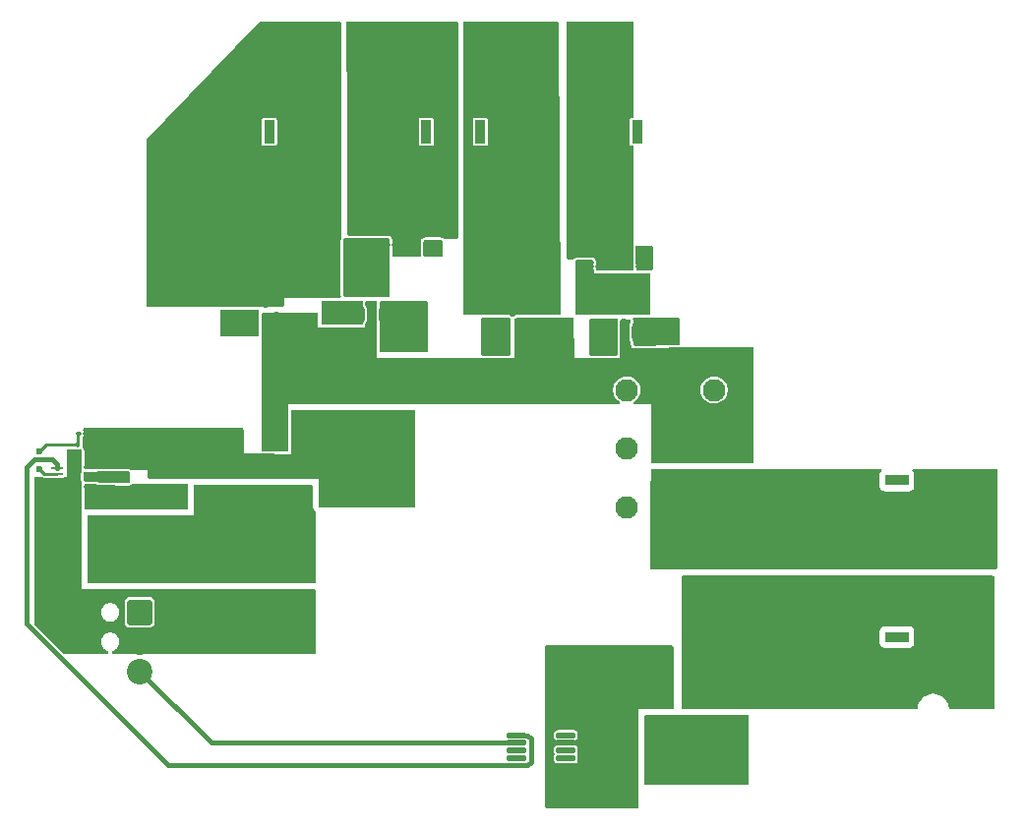
<source format=gbr>
%TF.GenerationSoftware,KiCad,Pcbnew,9.0.4*%
%TF.CreationDate,2025-10-16T20:01:58-07:00*%
%TF.ProjectId,E-Stop,452d5374-6f70-42e6-9b69-6361645f7063,rev?*%
%TF.SameCoordinates,Original*%
%TF.FileFunction,Copper,L1,Top*%
%TF.FilePolarity,Positive*%
%FSLAX46Y46*%
G04 Gerber Fmt 4.6, Leading zero omitted, Abs format (unit mm)*
G04 Created by KiCad (PCBNEW 9.0.4) date 2025-10-16 20:01:58*
%MOMM*%
%LPD*%
G01*
G04 APERTURE LIST*
G04 Aperture macros list*
%AMRoundRect*
0 Rectangle with rounded corners*
0 $1 Rounding radius*
0 $2 $3 $4 $5 $6 $7 $8 $9 X,Y pos of 4 corners*
0 Add a 4 corners polygon primitive as box body*
4,1,4,$2,$3,$4,$5,$6,$7,$8,$9,$2,$3,0*
0 Add four circle primitives for the rounded corners*
1,1,$1+$1,$2,$3*
1,1,$1+$1,$4,$5*
1,1,$1+$1,$6,$7*
1,1,$1+$1,$8,$9*
0 Add four rect primitives between the rounded corners*
20,1,$1+$1,$2,$3,$4,$5,0*
20,1,$1+$1,$4,$5,$6,$7,0*
20,1,$1+$1,$6,$7,$8,$9,0*
20,1,$1+$1,$8,$9,$2,$3,0*%
G04 Aperture macros list end*
%TA.AperFunction,SMDPad,CuDef*%
%ADD10RoundRect,0.375000X-0.625000X-0.375000X0.625000X-0.375000X0.625000X0.375000X-0.625000X0.375000X0*%
%TD*%
%TA.AperFunction,SMDPad,CuDef*%
%ADD11RoundRect,0.500000X-0.500000X-1.400000X0.500000X-1.400000X0.500000X1.400000X-0.500000X1.400000X0*%
%TD*%
%TA.AperFunction,SMDPad,CuDef*%
%ADD12RoundRect,0.100000X-0.130000X-0.100000X0.130000X-0.100000X0.130000X0.100000X-0.130000X0.100000X0*%
%TD*%
%TA.AperFunction,ComponentPad*%
%ADD13R,0.900000X2.000000*%
%TD*%
%TA.AperFunction,ComponentPad*%
%ADD14RoundRect,1.025000X-1.025000X-1.025000X1.025000X-1.025000X1.025000X1.025000X-1.025000X1.025000X0*%
%TD*%
%TA.AperFunction,ComponentPad*%
%ADD15C,4.100000*%
%TD*%
%TA.AperFunction,SMDPad,CuDef*%
%ADD16R,1.066800X0.254000*%
%TD*%
%TA.AperFunction,SMDPad,CuDef*%
%ADD17RoundRect,0.150000X-0.150000X0.512500X-0.150000X-0.512500X0.150000X-0.512500X0.150000X0.512500X0*%
%TD*%
%TA.AperFunction,SMDPad,CuDef*%
%ADD18RoundRect,0.150000X0.150000X-0.587500X0.150000X0.587500X-0.150000X0.587500X-0.150000X-0.587500X0*%
%TD*%
%TA.AperFunction,SMDPad,CuDef*%
%ADD19RoundRect,0.100000X0.100000X-0.130000X0.100000X0.130000X-0.100000X0.130000X-0.100000X-0.130000X0*%
%TD*%
%TA.AperFunction,ComponentPad*%
%ADD20C,1.950000*%
%TD*%
%TA.AperFunction,SMDPad,CuDef*%
%ADD21RoundRect,0.100000X0.130000X0.100000X-0.130000X0.100000X-0.130000X-0.100000X0.130000X-0.100000X0*%
%TD*%
%TA.AperFunction,ComponentPad*%
%ADD22R,1.700000X1.700000*%
%TD*%
%TA.AperFunction,ComponentPad*%
%ADD23O,1.700000X1.700000*%
%TD*%
%TA.AperFunction,ComponentPad*%
%ADD24RoundRect,0.249999X-0.850001X0.850001X-0.850001X-0.850001X0.850001X-0.850001X0.850001X0.850001X0*%
%TD*%
%TA.AperFunction,ComponentPad*%
%ADD25C,2.200000*%
%TD*%
%TA.AperFunction,SMDPad,CuDef*%
%ADD26RoundRect,0.250000X-1.000000X-0.650000X1.000000X-0.650000X1.000000X0.650000X-1.000000X0.650000X0*%
%TD*%
%TA.AperFunction,SMDPad,CuDef*%
%ADD27RoundRect,0.125000X-0.687500X-0.125000X0.687500X-0.125000X0.687500X0.125000X-0.687500X0.125000X0*%
%TD*%
%TA.AperFunction,ComponentPad*%
%ADD28R,2.000000X0.900000*%
%TD*%
%TA.AperFunction,ComponentPad*%
%ADD29RoundRect,1.025000X-1.025000X1.025000X-1.025000X-1.025000X1.025000X-1.025000X1.025000X1.025000X0*%
%TD*%
%TA.AperFunction,ViaPad*%
%ADD30C,0.600000*%
%TD*%
%TA.AperFunction,Conductor*%
%ADD31C,0.254000*%
%TD*%
%TA.AperFunction,Conductor*%
%ADD32C,0.381000*%
%TD*%
G04 APERTURE END LIST*
D10*
%TO.P,U1,1,VI*%
%TO.N,Vin*%
X134500000Y-94700000D03*
%TO.P,U1,2,GND*%
%TO.N,GND*%
X134500000Y-97000000D03*
D11*
X140800000Y-97000000D03*
D10*
%TO.P,U1,3,VO*%
%TO.N,/Vout*%
X134500000Y-99300000D03*
%TD*%
D12*
%TO.P,100nF,1*%
%TO.N,Net-(U2-\u002ACLR)*%
X117571600Y-93980000D03*
%TO.P,100nF,2*%
%TO.N,GND*%
X118211600Y-93980000D03*
%TD*%
D13*
%TO.P,J2,*%
%TO.N,*%
X152150000Y-68000000D03*
X165650000Y-68000000D03*
D14*
%TO.P,J2,1,Pin_1*%
%TO.N,GND*%
X162500000Y-74000000D03*
D15*
%TO.P,J2,2,Pin_2*%
%TO.N,Vbat2*%
X155300000Y-74000000D03*
%TD*%
D12*
%TO.P,10K,1*%
%TO.N,Net-(Q2A-B1)*%
X144135000Y-77730000D03*
%TO.P,10K,2*%
%TO.N,GND*%
X144775000Y-77730000D03*
%TD*%
D16*
%TO.P,U2,1,CP*%
%TO.N,Input*%
X118567200Y-98442401D03*
%TO.P,U2,2,D*%
%TO.N,Net-(U2-\u002AQ)*%
X118567200Y-97942400D03*
%TO.P,U2,3,\u002AQ*%
X118567200Y-97442400D03*
%TO.P,U2,4,GND*%
%TO.N,GND*%
X118567200Y-96942399D03*
%TO.P,U2,5,Q*%
%TO.N,Net-(U2-Q)*%
X115722400Y-96942399D03*
%TO.P,U2,6,\u002ACLR*%
%TO.N,Net-(U2-\u002ACLR)*%
X115722400Y-97442400D03*
%TO.P,U2,7,\u002APR*%
%TO.N,+3.3V*%
X115722400Y-97942400D03*
%TO.P,U2,8,VCC*%
X115722400Y-98442401D03*
%TD*%
D13*
%TO.P,J1,*%
%TO.N,*%
X134000000Y-68000000D03*
X147500000Y-68000000D03*
D14*
%TO.P,J1,1,Pin_1*%
%TO.N,GND*%
X144350000Y-74000000D03*
D15*
%TO.P,J1,2,Pin_2*%
%TO.N,Vbat*%
X137150000Y-74000000D03*
%TD*%
D17*
%TO.P,Q1,1,C1*%
%TO.N,Net-(Q1A-B1)*%
X165472500Y-82992500D03*
%TO.P,Q1,2,B1*%
X164522500Y-82992500D03*
%TO.P,Q1,3,B2*%
X163572500Y-82992500D03*
%TO.P,Q1,4,C2*%
%TO.N,Net-(Q1B-C2)*%
X163572500Y-85267500D03*
%TO.P,Q1,5,E2*%
%TO.N,Vin*%
X164522500Y-85267500D03*
%TO.P,Q1,6,E1*%
%TO.N,Vbat2*%
X165472500Y-85267500D03*
%TD*%
D18*
%TO.P,Q4,1,G*%
%TO.N,Net-(Q2B-C2)*%
X132680000Y-84250000D03*
%TO.P,Q4,2,S*%
%TO.N,Vin*%
X134580000Y-84250000D03*
%TO.P,Q4,3,D*%
%TO.N,Vbat*%
X133630000Y-82375000D03*
%TD*%
D19*
%TO.P,10k,1*%
%TO.N,+3.3V*%
X117500400Y-95585200D03*
%TO.P,10k,2*%
%TO.N,Net-(U2-\u002ACLR)*%
X117500400Y-94945200D03*
%TD*%
D20*
%TO.P,K1,11*%
%TO.N,unconnected-(K1-Pad11)*%
X164770000Y-95270000D03*
%TO.P,K1,12*%
%TO.N,unconnected-(K1-Pad12)*%
X164770000Y-100310000D03*
%TO.P,K1,14*%
%TO.N,unconnected-(K1-Pad14)*%
X164770000Y-90230000D03*
%TO.P,K1,21*%
%TO.N,Vin*%
X172270000Y-95270000D03*
%TO.P,K1,22*%
%TO.N,/Relay wire*%
X172270000Y-100310000D03*
%TO.P,K1,24*%
%TO.N,unconnected-(K1-Pad24)*%
X172270000Y-90230000D03*
%TO.P,K1,A1*%
%TO.N,Net-(D1-K)*%
X164770000Y-115570000D03*
%TO.P,K1,A2*%
%TO.N,GND*%
X172270000Y-115570000D03*
%TD*%
D21*
%TO.P,47k,1*%
%TO.N,Net-(Q1B-C2)*%
X165760000Y-79600000D03*
%TO.P,47k,2*%
%TO.N,GND*%
X165120000Y-79600000D03*
%TD*%
D18*
%TO.P,Q3,1,G*%
%TO.N,Net-(Q1B-C2)*%
X154000000Y-85000000D03*
%TO.P,Q3,2,S*%
%TO.N,Vin*%
X155900000Y-85000000D03*
%TO.P,Q3,3,D*%
%TO.N,Vbat2*%
X154950000Y-83125000D03*
%TD*%
D22*
%TO.P,J3,1,Pin_1*%
%TO.N,GND*%
X125500000Y-96960000D03*
D23*
%TO.P,J3,2,Pin_2*%
%TO.N,Input*%
X125500000Y-99500000D03*
%TO.P,J3,3,Pin_3*%
%TO.N,/Vout*%
X125500000Y-102040000D03*
%TD*%
D24*
%TO.P,Button,1,Pin_1*%
%TO.N,unconnected-(J4-Pin_1-Pad1)*%
X122834400Y-109372400D03*
D25*
%TO.P,Button,2,Pin_2*%
%TO.N,+3.3V*%
X122834400Y-111912400D03*
%TO.P,Button,3,Pin_3*%
%TO.N,Net-(J4-Pin_3)*%
X122834400Y-114452400D03*
%TD*%
D26*
%TO.P,D1,1,K*%
%TO.N,Net-(D1-K)*%
X164270000Y-121220000D03*
%TO.P,D1,2,A*%
%TO.N,GND*%
X168270000Y-121220000D03*
%TD*%
D27*
%TO.P,XOR,1*%
%TO.N,Net-(U2-Q)*%
X155287000Y-119970000D03*
%TO.P,XOR,2*%
%TO.N,Net-(J4-Pin_3)*%
X155287000Y-120620000D03*
%TO.P,XOR,3*%
%TO.N,unconnected-(U4-Pad3)*%
X155287000Y-121270000D03*
%TO.P,XOR,4,GND*%
%TO.N,unconnected-(U4C-GND-Pad4)*%
X155287000Y-121920000D03*
%TO.P,XOR,5*%
%TO.N,unconnected-(U4-Pad5)*%
X159512000Y-121920000D03*
%TO.P,XOR,6*%
%TO.N,unconnected-(U4-Pad6)*%
X159512000Y-121270000D03*
%TO.P,XOR,7*%
%TO.N,Net-(D1-K)*%
X159512000Y-120620000D03*
%TO.P,XOR,8,VCC*%
%TO.N,unconnected-(U4C-VCC-Pad8)*%
X159512000Y-119970000D03*
%TD*%
D17*
%TO.P,Transistor,1,C1*%
%TO.N,Net-(Q2A-B1)*%
X143752500Y-81462500D03*
%TO.P,Transistor,2,B1*%
X142802500Y-81462500D03*
%TO.P,Transistor,3,B2*%
X141852500Y-81462500D03*
%TO.P,Transistor,4,C2*%
%TO.N,Net-(Q2B-C2)*%
X141852500Y-83737500D03*
%TO.P,Transistor,5,E2*%
%TO.N,Vin*%
X142802500Y-83737500D03*
%TO.P,Transistor,6,E1*%
%TO.N,Vbat*%
X143752500Y-83737500D03*
%TD*%
D28*
%TO.P,J5,*%
%TO.N,*%
X188000000Y-98000000D03*
X188000000Y-111500000D03*
D29*
%TO.P,J5,1,Pin_1*%
%TO.N,GND*%
X182000000Y-108350000D03*
D15*
%TO.P,J5,2,Pin_2*%
%TO.N,/Relay wire*%
X182000000Y-101150000D03*
%TD*%
D21*
%TO.P,47k,1*%
%TO.N,Net-(Q2B-C2)*%
X147465000Y-77560000D03*
%TO.P,47k,2*%
%TO.N,GND*%
X146825000Y-77560000D03*
%TD*%
D12*
%TO.P,10K,1*%
%TO.N,Net-(Q1A-B1)*%
X161665000Y-79590000D03*
%TO.P,10K,2*%
%TO.N,GND*%
X162305000Y-79590000D03*
%TD*%
D30*
%TO.N,Vbat*%
X126650000Y-82450000D03*
X128000000Y-81650000D03*
X145050000Y-84600000D03*
X145050000Y-83450000D03*
X146150000Y-83450000D03*
X126650000Y-80800000D03*
X128000000Y-80800000D03*
X145050000Y-85700000D03*
X126650000Y-81650000D03*
X146150000Y-84600000D03*
X146200000Y-85700000D03*
X128000000Y-82450000D03*
%TO.N,GND*%
X144130000Y-69070000D03*
X163590000Y-67590000D03*
X162360000Y-68950000D03*
X143660000Y-95410000D03*
X144620000Y-95430000D03*
X145380000Y-69100000D03*
X172960000Y-108080000D03*
X144140000Y-67680000D03*
X162370000Y-67560000D03*
X143660000Y-95410000D03*
X163610000Y-68980000D03*
X173270000Y-123220000D03*
X145360000Y-67710000D03*
X145360000Y-67710000D03*
X172980000Y-109470000D03*
X171740000Y-108050000D03*
X144530000Y-94080000D03*
X144130000Y-69070000D03*
X173270000Y-121720000D03*
X144620000Y-95430000D03*
X162360000Y-68950000D03*
X162370000Y-67560000D03*
X172980000Y-109470000D03*
X171730000Y-109440000D03*
X163610000Y-68980000D03*
X163590000Y-67590000D03*
X145380000Y-69100000D03*
X172960000Y-108080000D03*
X171740000Y-108050000D03*
X173270000Y-120220000D03*
X171730000Y-109440000D03*
X143660000Y-94100000D03*
X143660000Y-94100000D03*
X144140000Y-67680000D03*
X144530000Y-94080000D03*
%TO.N,Net-(Q1B-C2)*%
X162350000Y-86800000D03*
X166610000Y-78820000D03*
X162350000Y-84650000D03*
X154050000Y-86650000D03*
X152950000Y-86650000D03*
X152950000Y-85500000D03*
X152950000Y-84400000D03*
X162350000Y-85850000D03*
X165880000Y-78810000D03*
X163350000Y-86800000D03*
%TO.N,Net-(Q2B-C2)*%
X130300000Y-84950000D03*
X130300000Y-83850000D03*
X131200000Y-83850000D03*
X139100000Y-84000000D03*
X148500000Y-78300000D03*
X139900000Y-84050000D03*
X148500000Y-77600000D03*
X139900000Y-83150000D03*
X131250000Y-84950000D03*
X147700000Y-78300000D03*
X139100000Y-83150000D03*
%TO.N,Vbat2*%
X168210000Y-85710000D03*
X152520000Y-82590000D03*
X151650000Y-82560000D03*
X166580000Y-84610000D03*
X153350000Y-81460000D03*
X153340000Y-82560000D03*
X151710000Y-81460000D03*
X167410000Y-84600000D03*
X167390000Y-85740000D03*
X168220000Y-84610000D03*
X166520000Y-85710000D03*
X152540000Y-81450000D03*
%TO.N,Net-(U2-\u002ACLR)*%
X114200000Y-95509500D03*
X114200000Y-97000000D03*
%TD*%
D31*
%TO.N,Net-(U2-\u002ACLR)*%
X115722400Y-97442400D02*
X114642400Y-97442400D01*
X117500400Y-94051200D02*
X117571600Y-93980000D01*
X117500400Y-94945200D02*
X117500400Y-94051200D01*
X114642400Y-97442400D02*
X114200000Y-97000000D01*
X114200000Y-95509500D02*
X114764300Y-94945200D01*
X114764300Y-94945200D02*
X117500400Y-94945200D01*
D32*
%TO.N,Net-(U2-Q)*%
X156191906Y-122561500D02*
X125311500Y-122561500D01*
X156491000Y-120277594D02*
X156491000Y-122262406D01*
X115722400Y-96622400D02*
X115722400Y-96923900D01*
X115300000Y-96200000D02*
X115722400Y-96622400D01*
X125311500Y-122561500D02*
X113100000Y-110350000D01*
X155287000Y-119970000D02*
X156183406Y-119970000D01*
X113100000Y-96900000D02*
X113800000Y-96200000D01*
X156491000Y-122262406D02*
X156191906Y-122561500D01*
X113100000Y-110350000D02*
X113100000Y-96900000D01*
X113800000Y-96200000D02*
X115300000Y-96200000D01*
X156183406Y-119970000D02*
X156491000Y-120277594D01*
%TO.N,Net-(J4-Pin_3)*%
X155287000Y-120620000D02*
X129002000Y-120620000D01*
X129002000Y-120620000D02*
X122834400Y-114452400D01*
%TD*%
%TA.AperFunction,Conductor*%
%TO.N,Vin*%
G36*
X143199039Y-82569685D02*
G01*
X143244794Y-82622489D01*
X143256000Y-82674000D01*
X143256000Y-83155302D01*
X143254705Y-83173169D01*
X143252000Y-83191740D01*
X143252000Y-84283260D01*
X143253373Y-84292686D01*
X143254704Y-84301817D01*
X143256000Y-84319696D01*
X143256000Y-87475000D01*
X155100000Y-87475000D01*
X155100000Y-84175088D01*
X155119685Y-84108049D01*
X155172489Y-84062294D01*
X155185492Y-84057219D01*
X155195598Y-84053917D01*
X155201393Y-84053073D01*
X155207861Y-84049910D01*
X155216058Y-84047233D01*
X155221526Y-84047067D01*
X155236515Y-84042424D01*
X155488983Y-84005296D01*
X155516032Y-84001319D01*
X155534072Y-84000000D01*
X160076895Y-84000000D01*
X160143934Y-84019685D01*
X160189689Y-84072489D01*
X160200892Y-84123101D01*
X160225000Y-87450000D01*
X161600000Y-87475000D01*
X164175000Y-87475000D01*
X164175000Y-84249551D01*
X164194685Y-84182512D01*
X164247489Y-84136757D01*
X164299685Y-84125553D01*
X164977920Y-84129321D01*
X164985657Y-84131640D01*
X164993645Y-84130410D01*
X165018645Y-84141526D01*
X165044847Y-84149378D01*
X165050104Y-84155513D01*
X165057489Y-84158797D01*
X165072509Y-84181662D01*
X165090308Y-84202435D01*
X165092397Y-84211938D01*
X165095850Y-84217194D01*
X165101223Y-84252077D01*
X165102968Y-84426239D01*
X165083956Y-84493472D01*
X165066657Y-84515160D01*
X165033302Y-84548515D01*
X164981926Y-84653608D01*
X164972000Y-84721739D01*
X164972000Y-85813260D01*
X164981926Y-85881391D01*
X165033303Y-85986485D01*
X165083659Y-86036841D01*
X165117144Y-86098164D01*
X165119972Y-86123279D01*
X165125000Y-86625000D01*
X171499235Y-86550009D01*
X171500694Y-86550000D01*
X175575379Y-86550000D01*
X175642418Y-86569685D01*
X175688173Y-86622489D01*
X175699376Y-86674619D01*
X175655329Y-95484315D01*
X175650617Y-96426620D01*
X175630598Y-96493560D01*
X175577566Y-96539051D01*
X175526619Y-96550000D01*
X166974000Y-96550000D01*
X166906961Y-96530315D01*
X166861206Y-96477511D01*
X166850000Y-96426000D01*
X166850000Y-91440000D01*
X165486091Y-91440000D01*
X165419052Y-91420315D01*
X165373297Y-91367511D01*
X165363353Y-91298353D01*
X165392378Y-91234797D01*
X165413205Y-91215682D01*
X165535787Y-91126621D01*
X165666621Y-90995787D01*
X165775378Y-90846096D01*
X165859379Y-90681235D01*
X165916555Y-90505264D01*
X165945500Y-90322514D01*
X165945500Y-90137486D01*
X171094500Y-90137486D01*
X171094500Y-90322513D01*
X171123445Y-90505265D01*
X171180619Y-90681232D01*
X171180620Y-90681235D01*
X171264622Y-90846096D01*
X171373379Y-90995787D01*
X171504213Y-91126621D01*
X171653904Y-91235378D01*
X171723840Y-91271012D01*
X171818764Y-91319379D01*
X171818767Y-91319380D01*
X171884157Y-91340626D01*
X171994736Y-91376555D01*
X172177486Y-91405500D01*
X172177487Y-91405500D01*
X172362513Y-91405500D01*
X172362514Y-91405500D01*
X172545264Y-91376555D01*
X172721235Y-91319379D01*
X172886096Y-91235378D01*
X173035787Y-91126621D01*
X173166621Y-90995787D01*
X173275378Y-90846096D01*
X173359379Y-90681235D01*
X173416555Y-90505264D01*
X173445500Y-90322514D01*
X173445500Y-90137486D01*
X173416555Y-89954736D01*
X173359379Y-89778765D01*
X173359379Y-89778764D01*
X173275377Y-89613903D01*
X173166621Y-89464213D01*
X173035787Y-89333379D01*
X172886096Y-89224622D01*
X172721235Y-89140620D01*
X172721232Y-89140619D01*
X172545265Y-89083445D01*
X172453889Y-89068972D01*
X172362514Y-89054500D01*
X172177486Y-89054500D01*
X172116569Y-89064148D01*
X171994734Y-89083445D01*
X171818767Y-89140619D01*
X171818764Y-89140620D01*
X171653903Y-89224622D01*
X171568499Y-89286672D01*
X171504213Y-89333379D01*
X171504211Y-89333381D01*
X171504210Y-89333381D01*
X171373381Y-89464210D01*
X171373381Y-89464211D01*
X171373379Y-89464213D01*
X171326672Y-89528499D01*
X171264622Y-89613903D01*
X171180620Y-89778764D01*
X171180619Y-89778767D01*
X171123445Y-89954734D01*
X171094500Y-90137486D01*
X165945500Y-90137486D01*
X165916555Y-89954736D01*
X165859379Y-89778765D01*
X165859379Y-89778764D01*
X165775377Y-89613903D01*
X165666621Y-89464213D01*
X165535787Y-89333379D01*
X165386096Y-89224622D01*
X165221235Y-89140620D01*
X165221232Y-89140619D01*
X165045265Y-89083445D01*
X164953889Y-89068972D01*
X164862514Y-89054500D01*
X164677486Y-89054500D01*
X164616569Y-89064148D01*
X164494734Y-89083445D01*
X164318767Y-89140619D01*
X164318764Y-89140620D01*
X164153903Y-89224622D01*
X164068499Y-89286672D01*
X164004213Y-89333379D01*
X164004211Y-89333381D01*
X164004210Y-89333381D01*
X163873381Y-89464210D01*
X163873381Y-89464211D01*
X163873379Y-89464213D01*
X163826672Y-89528499D01*
X163764622Y-89613903D01*
X163680620Y-89778764D01*
X163680619Y-89778767D01*
X163623445Y-89954734D01*
X163594500Y-90137486D01*
X163594500Y-90322513D01*
X163623445Y-90505265D01*
X163680619Y-90681232D01*
X163680620Y-90681235D01*
X163764622Y-90846096D01*
X163873379Y-90995787D01*
X164004213Y-91126621D01*
X164126795Y-91215682D01*
X164169460Y-91271012D01*
X164175439Y-91340626D01*
X164142833Y-91402421D01*
X164081994Y-91436778D01*
X164053909Y-91440000D01*
X135636000Y-91440000D01*
X135636000Y-95380000D01*
X135616315Y-95447039D01*
X135563511Y-95492794D01*
X135512000Y-95504000D01*
X133474000Y-95504000D01*
X133406961Y-95484315D01*
X133361206Y-95431511D01*
X133350000Y-95380000D01*
X133350000Y-83690000D01*
X133369685Y-83622961D01*
X133422489Y-83577206D01*
X133474000Y-83566000D01*
X138052000Y-83566000D01*
X138119039Y-83585685D01*
X138164794Y-83638489D01*
X138176000Y-83690000D01*
X138176000Y-84836000D01*
X142240000Y-84836000D01*
X142240000Y-84559543D01*
X142259685Y-84492504D01*
X142276321Y-84471860D01*
X142282379Y-84465802D01*
X142291698Y-84456483D01*
X142343073Y-84351393D01*
X142353000Y-84283260D01*
X142353000Y-83191740D01*
X142343073Y-83123607D01*
X142291698Y-83018517D01*
X142291696Y-83018515D01*
X142291696Y-83018514D01*
X142276319Y-83003137D01*
X142261615Y-82976209D01*
X142245023Y-82950391D01*
X142244131Y-82944190D01*
X142242834Y-82941814D01*
X142240000Y-82915456D01*
X142240000Y-82674000D01*
X142259685Y-82606961D01*
X142312489Y-82561206D01*
X142364000Y-82550000D01*
X143132000Y-82550000D01*
X143199039Y-82569685D01*
G37*
%TD.AperFunction*%
%TD*%
%TA.AperFunction,Conductor*%
%TO.N,/Vout*%
G36*
X129850586Y-98356762D02*
G01*
X129856052Y-98357547D01*
X129911362Y-98365500D01*
X137600340Y-98365500D01*
X137667379Y-98385185D01*
X137713134Y-98437989D01*
X137724337Y-98488614D01*
X137736757Y-100227579D01*
X137748465Y-100332198D01*
X137759459Y-100382363D01*
X137792581Y-100482288D01*
X137792583Y-100482293D01*
X137847859Y-100569066D01*
X137869883Y-100603641D01*
X137915426Y-100656629D01*
X137957580Y-100693453D01*
X137995116Y-100752379D01*
X138000000Y-100786837D01*
X138000000Y-106764335D01*
X137980315Y-106831374D01*
X137927511Y-106877129D01*
X137858360Y-106887074D01*
X137848802Y-106885700D01*
X137848800Y-106885700D01*
X118485500Y-106885700D01*
X118418461Y-106866015D01*
X118372706Y-106813211D01*
X118361500Y-106761700D01*
X118361500Y-101124000D01*
X118381185Y-101056961D01*
X118433989Y-101011206D01*
X118485500Y-101000000D01*
X127500000Y-101000000D01*
X127500000Y-98479500D01*
X127519685Y-98412461D01*
X127572489Y-98366706D01*
X127624000Y-98355500D01*
X129832940Y-98355500D01*
X129850586Y-98356762D01*
G37*
%TD.AperFunction*%
%TD*%
%TA.AperFunction,Conductor*%
%TO.N,Vbat*%
G36*
X147542936Y-82569740D02*
G01*
X147588743Y-82622499D01*
X147600000Y-82674122D01*
X147600000Y-86876000D01*
X147580315Y-86943039D01*
X147527511Y-86988794D01*
X147476000Y-87000000D01*
X143624000Y-87000000D01*
X143556961Y-86980315D01*
X143511206Y-86927511D01*
X143500000Y-86876000D01*
X143500000Y-82677935D01*
X143519685Y-82610896D01*
X143572489Y-82565141D01*
X143623875Y-82553935D01*
X147475879Y-82550122D01*
X147542936Y-82569740D01*
G37*
%TD.AperFunction*%
%TD*%
%TA.AperFunction,Conductor*%
%TO.N,GND*%
G36*
X150184039Y-58520185D02*
G01*
X150229794Y-58572989D01*
X150241000Y-58624500D01*
X150241000Y-77077000D01*
X150221315Y-77144039D01*
X150168511Y-77189794D01*
X150117000Y-77201000D01*
X149066018Y-77201000D01*
X148998979Y-77181315D01*
X148987955Y-77172338D01*
X148987798Y-77172544D01*
X148980750Y-77167154D01*
X148900940Y-77122511D01*
X148900935Y-77122509D01*
X148833903Y-77102826D01*
X148833899Y-77102825D01*
X148833898Y-77102825D01*
X148776000Y-77094500D01*
X147396817Y-77094500D01*
X147396807Y-77094500D01*
X147396780Y-77094501D01*
X147378021Y-77095362D01*
X147377980Y-77095365D01*
X147355382Y-77097443D01*
X147281314Y-77118771D01*
X147218980Y-77150357D01*
X147218979Y-77150357D01*
X147197306Y-77163063D01*
X147197300Y-77163068D01*
X147184216Y-77176974D01*
X147123940Y-77212309D01*
X147093909Y-77216000D01*
X147039000Y-77216000D01*
X147039000Y-77369178D01*
X147038174Y-77383469D01*
X147034500Y-77415131D01*
X147034500Y-77704856D01*
X147034501Y-77704865D01*
X147038175Y-77736543D01*
X147039000Y-77750827D01*
X147039000Y-78616000D01*
X147019315Y-78683039D01*
X146966511Y-78728794D01*
X146915000Y-78740000D01*
X144679500Y-78740000D01*
X144612461Y-78720315D01*
X144566706Y-78667511D01*
X144555500Y-78616000D01*
X144555500Y-77942195D01*
X144562382Y-77909603D01*
X144560136Y-77908992D01*
X144562583Y-77899995D01*
X144562585Y-77899991D01*
X144565500Y-77874865D01*
X144565499Y-77585136D01*
X144562585Y-77560009D01*
X144562584Y-77560006D01*
X144560136Y-77551008D01*
X144562375Y-77550398D01*
X144555500Y-77517805D01*
X144555500Y-77274008D01*
X144555499Y-77273992D01*
X144550803Y-77230316D01*
X144546886Y-77212309D01*
X144539602Y-77178825D01*
X144538067Y-77172544D01*
X144537110Y-77168627D01*
X144494100Y-77087915D01*
X144448345Y-77035111D01*
X144430754Y-77017157D01*
X144399000Y-76999394D01*
X144399000Y-76962000D01*
X144315144Y-76962000D01*
X144287142Y-76953777D01*
X144287135Y-76953774D01*
X144283907Y-76952827D01*
X144283902Y-76952826D01*
X144283898Y-76952825D01*
X144226000Y-76944500D01*
X140839301Y-76944500D01*
X140772262Y-76924815D01*
X140726507Y-76872011D01*
X140715303Y-76821114D01*
X140666612Y-66980247D01*
X146849500Y-66980247D01*
X146849500Y-69019752D01*
X146861131Y-69078229D01*
X146861132Y-69078230D01*
X146905447Y-69144552D01*
X146971769Y-69188867D01*
X146971770Y-69188868D01*
X147030247Y-69200499D01*
X147030250Y-69200500D01*
X147030252Y-69200500D01*
X147969750Y-69200500D01*
X147969751Y-69200499D01*
X147984568Y-69197552D01*
X148028229Y-69188868D01*
X148028229Y-69188867D01*
X148028231Y-69188867D01*
X148094552Y-69144552D01*
X148138867Y-69078231D01*
X148138867Y-69078229D01*
X148138868Y-69078229D01*
X148150499Y-69019752D01*
X148150500Y-69019750D01*
X148150500Y-66980249D01*
X148150499Y-66980247D01*
X148138868Y-66921770D01*
X148138867Y-66921769D01*
X148094552Y-66855447D01*
X148028230Y-66811132D01*
X148028229Y-66811131D01*
X147969752Y-66799500D01*
X147969748Y-66799500D01*
X147030252Y-66799500D01*
X147030247Y-66799500D01*
X146971770Y-66811131D01*
X146971769Y-66811132D01*
X146905447Y-66855447D01*
X146861132Y-66921769D01*
X146861131Y-66921770D01*
X146849500Y-66980247D01*
X140666612Y-66980247D01*
X140666585Y-66974774D01*
X140625272Y-58625114D01*
X140644624Y-58557977D01*
X140697201Y-58511962D01*
X140749270Y-58500500D01*
X150117000Y-58500500D01*
X150184039Y-58520185D01*
G37*
%TD.AperFunction*%
%TD*%
%TA.AperFunction,Conductor*%
%TO.N,Vbat*%
G36*
X140132949Y-58520185D02*
G01*
X140178704Y-58572989D01*
X140189909Y-58624554D01*
X140187444Y-63958204D01*
X140181369Y-77103041D01*
X140173492Y-77142096D01*
X140174471Y-77142384D01*
X140152827Y-77216090D01*
X140144500Y-77274003D01*
X140144500Y-82076007D01*
X140149197Y-82119688D01*
X140149729Y-82122970D01*
X140148937Y-82123098D01*
X140144210Y-82189318D01*
X140102346Y-82245257D01*
X140036885Y-82269683D01*
X140028022Y-82270000D01*
X135240000Y-82270000D01*
X135240000Y-82956000D01*
X135220315Y-83023039D01*
X135167511Y-83068794D01*
X135116000Y-83080000D01*
X123533920Y-83080000D01*
X123466881Y-83060315D01*
X123421126Y-83007511D01*
X123409920Y-82955932D01*
X123410515Y-81866889D01*
X123417701Y-68729797D01*
X123437421Y-68662775D01*
X123452336Y-68643907D01*
X125053217Y-66980247D01*
X133349500Y-66980247D01*
X133349500Y-69019752D01*
X133361131Y-69078229D01*
X133361132Y-69078230D01*
X133405447Y-69144552D01*
X133471769Y-69188867D01*
X133471770Y-69188868D01*
X133530247Y-69200499D01*
X133530250Y-69200500D01*
X133530252Y-69200500D01*
X134469750Y-69200500D01*
X134469751Y-69200499D01*
X134484568Y-69197552D01*
X134528229Y-69188868D01*
X134528229Y-69188867D01*
X134528231Y-69188867D01*
X134594552Y-69144552D01*
X134638867Y-69078231D01*
X134638867Y-69078229D01*
X134638868Y-69078229D01*
X134650499Y-69019752D01*
X134650500Y-69019750D01*
X134650500Y-66980249D01*
X134650499Y-66980247D01*
X134638868Y-66921770D01*
X134638867Y-66921769D01*
X134594552Y-66855447D01*
X134528230Y-66811132D01*
X134528229Y-66811131D01*
X134469752Y-66799500D01*
X134469748Y-66799500D01*
X133530252Y-66799500D01*
X133530247Y-66799500D01*
X133471770Y-66811131D01*
X133471769Y-66811132D01*
X133405447Y-66855447D01*
X133361132Y-66921769D01*
X133361131Y-66921770D01*
X133349500Y-66980247D01*
X125053217Y-66980247D01*
X133092084Y-58626131D01*
X133176388Y-58538521D01*
X133237056Y-58503863D01*
X133265739Y-58500500D01*
X140065910Y-58500500D01*
X140132949Y-58520185D01*
G37*
%TD.AperFunction*%
%TD*%
%TA.AperFunction,Conductor*%
%TO.N,Net-(Q2B-C2)*%
G36*
X148843039Y-77319685D02*
G01*
X148888794Y-77372489D01*
X148900000Y-77424000D01*
X148900000Y-78616000D01*
X148880315Y-78683039D01*
X148827511Y-78728794D01*
X148776000Y-78740000D01*
X147374000Y-78740000D01*
X147306961Y-78720315D01*
X147261206Y-78667511D01*
X147250000Y-78616000D01*
X147250000Y-77756060D01*
X147252234Y-77739340D01*
X147251510Y-77739256D01*
X147252585Y-77729991D01*
X147255500Y-77704865D01*
X147255499Y-77493267D01*
X147259202Y-77463193D01*
X147276520Y-77393924D01*
X147311877Y-77333661D01*
X147374201Y-77302080D01*
X147396817Y-77300000D01*
X148776000Y-77300000D01*
X148843039Y-77319685D01*
G37*
%TD.AperFunction*%
%TD*%
%TA.AperFunction,Conductor*%
%TO.N,Net-(Q2B-C2)*%
G36*
X141979367Y-82548101D02*
G01*
X142025122Y-82600905D01*
X142035066Y-82670060D01*
X142034500Y-82673993D01*
X142034500Y-82915459D01*
X142035314Y-82930656D01*
X142035317Y-82930692D01*
X142035678Y-82937425D01*
X142036478Y-82944869D01*
X142036482Y-82944913D01*
X142038512Y-82963787D01*
X142039754Y-82969752D01*
X142039478Y-82969809D01*
X142041452Y-82978510D01*
X142041614Y-82979640D01*
X142041616Y-82979646D01*
X142041617Y-82979651D01*
X142052040Y-83007594D01*
X142052039Y-83007594D01*
X142053202Y-83010713D01*
X142062458Y-83040277D01*
X142063755Y-83042653D01*
X142064886Y-83042034D01*
X142071150Y-83058827D01*
X142071153Y-83058832D01*
X142072145Y-83061492D01*
X142072147Y-83061497D01*
X142082325Y-83077333D01*
X142086719Y-83084721D01*
X142088256Y-83087522D01*
X142088261Y-83087545D01*
X142088347Y-83087703D01*
X142088379Y-83087746D01*
X142095957Y-83101624D01*
X142110940Y-83121641D01*
X142123069Y-83141483D01*
X142134900Y-83165683D01*
X142147500Y-83220145D01*
X142147500Y-84254853D01*
X142134898Y-84309318D01*
X142127923Y-84323584D01*
X142113080Y-84346921D01*
X142099675Y-84363556D01*
X142062509Y-84434608D01*
X142042826Y-84501638D01*
X142042825Y-84501645D01*
X142039589Y-84524150D01*
X142010564Y-84587704D01*
X141951786Y-84625477D01*
X141916852Y-84630500D01*
X138624000Y-84630500D01*
X138556961Y-84610815D01*
X138511206Y-84558011D01*
X138500000Y-84506500D01*
X138500000Y-82652416D01*
X138519685Y-82585377D01*
X138572489Y-82539622D01*
X138624000Y-82528416D01*
X141912328Y-82528416D01*
X141979367Y-82548101D01*
G37*
%TD.AperFunction*%
%TD*%
%TA.AperFunction,Conductor*%
%TO.N,Net-(Q2A-B1)*%
G36*
X144293039Y-77169685D02*
G01*
X144338794Y-77222489D01*
X144350000Y-77274000D01*
X144350000Y-77533940D01*
X144347766Y-77550662D01*
X144348490Y-77550746D01*
X144344500Y-77585131D01*
X144344500Y-77874856D01*
X144344501Y-77874865D01*
X144348490Y-77909259D01*
X144347765Y-77909342D01*
X144350000Y-77926060D01*
X144350000Y-82076000D01*
X144330315Y-82143039D01*
X144277511Y-82188794D01*
X144226000Y-82200000D01*
X140474000Y-82200000D01*
X140406961Y-82180315D01*
X140361206Y-82127511D01*
X140350000Y-82076000D01*
X140350000Y-77274000D01*
X140369685Y-77206961D01*
X140422489Y-77161206D01*
X140474000Y-77150000D01*
X144226000Y-77150000D01*
X144293039Y-77169685D01*
G37*
%TD.AperFunction*%
%TD*%
%TA.AperFunction,Conductor*%
%TO.N,GND*%
G36*
X196323039Y-106239685D02*
G01*
X196368794Y-106292489D01*
X196380000Y-106344000D01*
X196380000Y-117606000D01*
X196360315Y-117673039D01*
X196307511Y-117718794D01*
X196256000Y-117730000D01*
X192610435Y-117730000D01*
X192543396Y-117710315D01*
X192497641Y-117657511D01*
X192487962Y-117625398D01*
X192454769Y-117415827D01*
X192454769Y-117415825D01*
X192389080Y-117213656D01*
X192292574Y-117024252D01*
X192292572Y-117024249D01*
X192292571Y-117024247D01*
X192167632Y-116852281D01*
X192017309Y-116701958D01*
X191845343Y-116577019D01*
X191655937Y-116480512D01*
X191655936Y-116480511D01*
X191655935Y-116480511D01*
X191453766Y-116414822D01*
X191453764Y-116414821D01*
X191453763Y-116414821D01*
X191292480Y-116389276D01*
X191243810Y-116381568D01*
X191031236Y-116381568D01*
X190982565Y-116389276D01*
X190821283Y-116414821D01*
X190619108Y-116480512D01*
X190429702Y-116577019D01*
X190257736Y-116701958D01*
X190107413Y-116852281D01*
X189982474Y-117024247D01*
X189885967Y-117213653D01*
X189820276Y-117415827D01*
X189787084Y-117625398D01*
X189757155Y-117688533D01*
X189697843Y-117725464D01*
X189664611Y-117730000D01*
X169594000Y-117730000D01*
X169526961Y-117710315D01*
X169481206Y-117657511D01*
X169470000Y-117606000D01*
X169470000Y-111002135D01*
X186499500Y-111002135D01*
X186499500Y-111997870D01*
X186499501Y-111997876D01*
X186505908Y-112057483D01*
X186556202Y-112192328D01*
X186556206Y-112192335D01*
X186642452Y-112307544D01*
X186642455Y-112307547D01*
X186757664Y-112393793D01*
X186757671Y-112393797D01*
X186892517Y-112444091D01*
X186892516Y-112444091D01*
X186899444Y-112444835D01*
X186952127Y-112450500D01*
X189047872Y-112450499D01*
X189107483Y-112444091D01*
X189242331Y-112393796D01*
X189357546Y-112307546D01*
X189443796Y-112192331D01*
X189494091Y-112057483D01*
X189500500Y-111997873D01*
X189500499Y-111002128D01*
X189494091Y-110942517D01*
X189443796Y-110807669D01*
X189443795Y-110807668D01*
X189443793Y-110807664D01*
X189357547Y-110692455D01*
X189357544Y-110692452D01*
X189242335Y-110606206D01*
X189242328Y-110606202D01*
X189107482Y-110555908D01*
X189107483Y-110555908D01*
X189047883Y-110549501D01*
X189047881Y-110549500D01*
X189047873Y-110549500D01*
X189047864Y-110549500D01*
X186952129Y-110549500D01*
X186952123Y-110549501D01*
X186892516Y-110555908D01*
X186757671Y-110606202D01*
X186757664Y-110606206D01*
X186642455Y-110692452D01*
X186642452Y-110692455D01*
X186556206Y-110807664D01*
X186556202Y-110807671D01*
X186505908Y-110942517D01*
X186499501Y-111002116D01*
X186499501Y-111002123D01*
X186499500Y-111002135D01*
X169470000Y-111002135D01*
X169470000Y-106344000D01*
X169489685Y-106276961D01*
X169542489Y-106231206D01*
X169594000Y-106220000D01*
X196256000Y-106220000D01*
X196323039Y-106239685D01*
G37*
%TD.AperFunction*%
%TD*%
%TA.AperFunction,Conductor*%
%TO.N,GND*%
G36*
X175213039Y-118239685D02*
G01*
X175258794Y-118292489D01*
X175270000Y-118344000D01*
X175270000Y-124096000D01*
X175250315Y-124163039D01*
X175197511Y-124208794D01*
X175146000Y-124220000D01*
X166399500Y-124220000D01*
X166332461Y-124200315D01*
X166286706Y-124147511D01*
X166275500Y-124096000D01*
X166275500Y-118349500D01*
X166295185Y-118282461D01*
X166347989Y-118236706D01*
X166399500Y-118225500D01*
X168645990Y-118225500D01*
X168646000Y-118225500D01*
X168690543Y-118220710D01*
X168703798Y-118220000D01*
X175146000Y-118220000D01*
X175213039Y-118239685D01*
G37*
%TD.AperFunction*%
%TD*%
%TA.AperFunction,Conductor*%
%TO.N,Input*%
G36*
X126877445Y-98299437D02*
G01*
X126944457Y-98319207D01*
X126990145Y-98372069D01*
X127000023Y-98441082D01*
X126994500Y-98479496D01*
X126994500Y-100370500D01*
X126974815Y-100437539D01*
X126922011Y-100483294D01*
X126870500Y-100494500D01*
X118485500Y-100494500D01*
X118485491Y-100494500D01*
X118485490Y-100494501D01*
X118378049Y-100506052D01*
X118378037Y-100506054D01*
X118326536Y-100517258D01*
X118224659Y-100551166D01*
X118154834Y-100553659D01*
X118094745Y-100518007D01*
X118063470Y-100455527D01*
X118061500Y-100433511D01*
X118061500Y-98699018D01*
X118061500Y-98699014D01*
X118057550Y-98658916D01*
X118057548Y-98658910D01*
X118057546Y-98658892D01*
X118048112Y-98611473D01*
X118048110Y-98611465D01*
X118047424Y-98609205D01*
X118044463Y-98597390D01*
X118041180Y-98580881D01*
X118038800Y-98556702D01*
X118038800Y-98444401D01*
X118058485Y-98377362D01*
X118111289Y-98331607D01*
X118162800Y-98320401D01*
X119057325Y-98320401D01*
X119124364Y-98340086D01*
X119131746Y-98345217D01*
X119134420Y-98347223D01*
X119140051Y-98351058D01*
X119153679Y-98358584D01*
X119153649Y-98358636D01*
X119156895Y-98360121D01*
X119213419Y-98392673D01*
X119280207Y-98413194D01*
X119337994Y-98422241D01*
X119532908Y-98424677D01*
X121871869Y-98453914D01*
X121871870Y-98453913D01*
X121871881Y-98453914D01*
X121897259Y-98451426D01*
X121916860Y-98449505D01*
X121916862Y-98449504D01*
X121916877Y-98449503D01*
X121969938Y-98438307D01*
X121981373Y-98435550D01*
X122062085Y-98392540D01*
X122114889Y-98346785D01*
X122132843Y-98329194D01*
X122132843Y-98329193D01*
X122133094Y-98328948D01*
X122194755Y-98296090D01*
X122220026Y-98293519D01*
X126877445Y-98299437D01*
G37*
%TD.AperFunction*%
%TD*%
%TA.AperFunction,Conductor*%
%TO.N,Net-(Q1B-C2)*%
G36*
X154675351Y-84041704D02*
G01*
X154680449Y-84044196D01*
X154732034Y-84091314D01*
X154750000Y-84155601D01*
X154750000Y-87145500D01*
X154730315Y-87212539D01*
X154677511Y-87258294D01*
X154626000Y-87269500D01*
X152324000Y-87269500D01*
X152256961Y-87249815D01*
X152211206Y-87197011D01*
X152200000Y-87145500D01*
X152200000Y-84153113D01*
X152219685Y-84086074D01*
X152272489Y-84040319D01*
X152324000Y-84029113D01*
X154620909Y-84029113D01*
X154675351Y-84041704D01*
G37*
%TD.AperFunction*%
%TD*%
%TA.AperFunction,Conductor*%
%TO.N,GND*%
G36*
X146436103Y-91959750D02*
G01*
X146503101Y-91979570D01*
X146548750Y-92032466D01*
X146559852Y-92083897D01*
X146550147Y-100255647D01*
X146530383Y-100322663D01*
X146477524Y-100368355D01*
X146425648Y-100379499D01*
X138365743Y-100347088D01*
X138298784Y-100327134D01*
X138253241Y-100274146D01*
X138242245Y-100223975D01*
X138225360Y-97860000D01*
X129911362Y-97860000D01*
X129877306Y-97850000D01*
X129850000Y-97850000D01*
X123634000Y-97850000D01*
X123566961Y-97830315D01*
X123521206Y-97777511D01*
X123510000Y-97726000D01*
X123510000Y-97100000D01*
X122085506Y-97100000D01*
X122023624Y-97083455D01*
X122004695Y-97072554D01*
X122004691Y-97072552D01*
X121937914Y-97052034D01*
X121937909Y-97052033D01*
X121880121Y-97042984D01*
X119283809Y-97010531D01*
X119283777Y-97010530D01*
X119283710Y-97010530D01*
X119280581Y-97010515D01*
X119280573Y-97010515D01*
X119280569Y-97010515D01*
X119276913Y-97010525D01*
X119216063Y-97019913D01*
X119149395Y-97040790D01*
X119131646Y-97049282D01*
X119125637Y-97052158D01*
X119125434Y-97052255D01*
X119071915Y-97064399D01*
X118162800Y-97064399D01*
X118154114Y-97061848D01*
X118145153Y-97063137D01*
X118121112Y-97052158D01*
X118095761Y-97044714D01*
X118089833Y-97037873D01*
X118081597Y-97034112D01*
X118067307Y-97011877D01*
X118050006Y-96991910D01*
X118047718Y-96981395D01*
X118043823Y-96975334D01*
X118038800Y-96940399D01*
X118038800Y-96828094D01*
X118041182Y-96803908D01*
X118044461Y-96787420D01*
X118047422Y-96775605D01*
X118048113Y-96773329D01*
X118057552Y-96725875D01*
X118061500Y-96685785D01*
X118061500Y-95481131D01*
X118061500Y-95481121D01*
X118059589Y-95453169D01*
X118059589Y-95453168D01*
X118054997Y-95419735D01*
X118025671Y-95338782D01*
X117988640Y-95279533D01*
X117987463Y-95277883D01*
X117964546Y-95211878D01*
X117964400Y-95205857D01*
X117964400Y-94254927D01*
X117974964Y-94204844D01*
X117999185Y-94149991D01*
X118002100Y-94124865D01*
X118002099Y-93835136D01*
X118002097Y-93835117D01*
X117999186Y-93810012D01*
X117999185Y-93810011D01*
X117999185Y-93810009D01*
X117974965Y-93755155D01*
X117972915Y-93745439D01*
X117969423Y-93740005D01*
X117964400Y-93705070D01*
X117964400Y-93623953D01*
X117984085Y-93556914D01*
X118036889Y-93511159D01*
X118088400Y-93499953D01*
X127336844Y-93499953D01*
X131646086Y-93502881D01*
X131713110Y-93522611D01*
X131758829Y-93575446D01*
X131770000Y-93626881D01*
X131770000Y-95720000D01*
X132979860Y-95720000D01*
X132980289Y-95720001D01*
X135869999Y-95730000D01*
X135869999Y-95729999D01*
X135870000Y-95730000D01*
X135877366Y-92938007D01*
X135879674Y-92063673D01*
X135899536Y-91996686D01*
X135952460Y-91951070D01*
X136003674Y-91940000D01*
X136630000Y-91940000D01*
X146436103Y-91959750D01*
G37*
%TD.AperFunction*%
%TD*%
%TA.AperFunction,Conductor*%
%TO.N,Net-(D1-K)*%
G36*
X168713039Y-112239685D02*
G01*
X168758794Y-112292489D01*
X168770000Y-112344000D01*
X168770000Y-117596000D01*
X168750315Y-117663039D01*
X168697511Y-117708794D01*
X168646000Y-117720000D01*
X165770000Y-117720000D01*
X165770000Y-126096000D01*
X165750315Y-126163039D01*
X165697511Y-126208794D01*
X165646000Y-126220000D01*
X165270000Y-126220000D01*
X163270000Y-126220000D01*
X157862000Y-126220000D01*
X157794961Y-126200315D01*
X157749206Y-126147511D01*
X157738000Y-126096000D01*
X157738000Y-121106859D01*
X158499000Y-121106859D01*
X158499000Y-121433132D01*
X158499001Y-121433138D01*
X158505241Y-121480545D01*
X158505242Y-121480548D01*
X158505243Y-121480551D01*
X158534175Y-121542596D01*
X158544667Y-121611673D01*
X158534176Y-121647404D01*
X158505240Y-121709458D01*
X158499000Y-121756859D01*
X158499000Y-122083132D01*
X158499001Y-122083138D01*
X158505241Y-122130545D01*
X158553753Y-122234579D01*
X158634921Y-122315747D01*
X158738955Y-122364259D01*
X158786361Y-122370500D01*
X160237638Y-122370499D01*
X160285045Y-122364259D01*
X160389079Y-122315747D01*
X160470247Y-122234579D01*
X160518759Y-122130545D01*
X160525000Y-122083139D01*
X160524999Y-121756862D01*
X160518759Y-121709455D01*
X160489823Y-121647403D01*
X160479332Y-121578327D01*
X160489821Y-121542601D01*
X160518759Y-121480545D01*
X160525000Y-121433139D01*
X160524999Y-121106862D01*
X160518759Y-121059455D01*
X160470247Y-120955421D01*
X160389079Y-120874253D01*
X160285045Y-120825741D01*
X160285043Y-120825740D01*
X160285044Y-120825740D01*
X160237639Y-120819500D01*
X158786367Y-120819500D01*
X158771339Y-120821478D01*
X158738955Y-120825741D01*
X158738953Y-120825742D01*
X158738951Y-120825742D01*
X158634920Y-120874253D01*
X158553753Y-120955420D01*
X158505240Y-121059456D01*
X158499000Y-121106859D01*
X157738000Y-121106859D01*
X157738000Y-119806859D01*
X158499000Y-119806859D01*
X158499000Y-120133132D01*
X158499001Y-120133138D01*
X158505241Y-120180545D01*
X158553753Y-120284579D01*
X158634921Y-120365747D01*
X158738955Y-120414259D01*
X158786361Y-120420500D01*
X160237638Y-120420499D01*
X160285045Y-120414259D01*
X160389079Y-120365747D01*
X160470247Y-120284579D01*
X160518759Y-120180545D01*
X160525000Y-120133139D01*
X160524999Y-119806862D01*
X160518759Y-119759455D01*
X160470247Y-119655421D01*
X160389079Y-119574253D01*
X160285045Y-119525741D01*
X160285043Y-119525740D01*
X160285044Y-119525740D01*
X160237639Y-119519500D01*
X158786367Y-119519500D01*
X158771339Y-119521478D01*
X158738955Y-119525741D01*
X158738953Y-119525742D01*
X158738951Y-119525742D01*
X158634920Y-119574253D01*
X158553753Y-119655420D01*
X158505240Y-119759456D01*
X158499000Y-119806859D01*
X157738000Y-119806859D01*
X157738000Y-112344000D01*
X157757685Y-112276961D01*
X157810489Y-112231206D01*
X157862000Y-112220000D01*
X168646000Y-112220000D01*
X168713039Y-112239685D01*
G37*
%TD.AperFunction*%
%TD*%
%TA.AperFunction,Conductor*%
%TO.N,Net-(Q1A-B1)*%
G36*
X161853039Y-79059685D02*
G01*
X161898794Y-79112489D01*
X161910000Y-79164000D01*
X161910000Y-79320051D01*
X161899435Y-79370136D01*
X161877415Y-79420006D01*
X161877415Y-79420008D01*
X161874500Y-79445131D01*
X161874500Y-79734856D01*
X161874502Y-79734882D01*
X161877413Y-79759987D01*
X161877414Y-79759988D01*
X161877414Y-79759990D01*
X161877415Y-79759991D01*
X161899434Y-79809860D01*
X161910000Y-79859945D01*
X161910000Y-80010000D01*
X161910000Y-80160000D01*
X166686905Y-80160000D01*
X166753944Y-80179685D01*
X166799699Y-80232489D01*
X166810905Y-80284345D01*
X166801595Y-83626345D01*
X166781723Y-83693330D01*
X166728792Y-83738937D01*
X166677595Y-83750000D01*
X160434000Y-83750000D01*
X160366961Y-83730315D01*
X160321206Y-83677511D01*
X160310000Y-83626000D01*
X160310000Y-79164000D01*
X160329685Y-79096961D01*
X160382489Y-79051206D01*
X160434000Y-79040000D01*
X161786000Y-79040000D01*
X161853039Y-79059685D01*
G37*
%TD.AperFunction*%
%TD*%
%TA.AperFunction,Conductor*%
%TO.N,Net-(Q1B-C2)*%
G36*
X166943039Y-77819685D02*
G01*
X166988794Y-77872489D01*
X167000000Y-77924000D01*
X167000000Y-79776000D01*
X166980315Y-79843039D01*
X166927511Y-79888794D01*
X166876000Y-79900000D01*
X165671720Y-79900000D01*
X165604681Y-79880315D01*
X165558926Y-79827511D01*
X165548546Y-79761710D01*
X165550499Y-79744871D01*
X165550500Y-79744865D01*
X165550499Y-79455136D01*
X165550497Y-79455117D01*
X165547586Y-79430012D01*
X165547585Y-79430010D01*
X165547585Y-79430009D01*
X165510566Y-79346168D01*
X165500000Y-79296082D01*
X165500000Y-77924000D01*
X165519685Y-77856961D01*
X165572489Y-77811206D01*
X165624000Y-77800000D01*
X166876000Y-77800000D01*
X166943039Y-77819685D01*
G37*
%TD.AperFunction*%
%TD*%
%TA.AperFunction,Conductor*%
%TO.N,Net-(U2-\u002AQ)*%
G36*
X121877551Y-97248469D02*
G01*
X121944338Y-97268990D01*
X121989429Y-97322361D01*
X122000000Y-97372459D01*
X122000000Y-98124440D01*
X121980315Y-98191479D01*
X121927511Y-98237234D01*
X121874450Y-98248430D01*
X119340563Y-98216757D01*
X119273775Y-98196236D01*
X119255357Y-98177914D01*
X119253788Y-98179484D01*
X119245153Y-98170849D01*
X119178830Y-98126533D01*
X119178829Y-98126532D01*
X119120352Y-98114901D01*
X119120348Y-98114901D01*
X118124000Y-98114901D01*
X118056961Y-98095216D01*
X118011206Y-98042412D01*
X118000000Y-97990901D01*
X118000000Y-97393899D01*
X118019685Y-97326860D01*
X118072489Y-97281105D01*
X118124000Y-97269899D01*
X119120350Y-97269899D01*
X119120351Y-97269898D01*
X119178831Y-97258266D01*
X119210804Y-97236901D01*
X119277474Y-97216024D01*
X119281141Y-97216014D01*
X121877551Y-97248469D01*
G37*
%TD.AperFunction*%
%TD*%
%TA.AperFunction,Conductor*%
%TO.N,Net-(Q2B-C2)*%
G36*
X130400216Y-83300001D02*
G01*
X132976575Y-83311928D01*
X133043522Y-83331923D01*
X133089032Y-83384938D01*
X133100000Y-83435927D01*
X133100000Y-85476000D01*
X133080315Y-85543039D01*
X133027511Y-85588794D01*
X132976000Y-85600000D01*
X129874000Y-85600000D01*
X129806961Y-85580315D01*
X129761206Y-85527511D01*
X129750000Y-85476000D01*
X129750000Y-83424000D01*
X129769685Y-83356961D01*
X129822489Y-83311206D01*
X129874000Y-83300000D01*
X130399642Y-83300000D01*
X130400216Y-83300001D01*
G37*
%TD.AperFunction*%
%TD*%
%TA.AperFunction,Conductor*%
%TO.N,Net-(Q1B-C2)*%
G36*
X163922127Y-84069685D02*
G01*
X163967882Y-84122489D01*
X163977826Y-84191647D01*
X163977826Y-84191648D01*
X163969500Y-84249553D01*
X163969500Y-87145500D01*
X163949815Y-87212539D01*
X163897011Y-87258294D01*
X163845500Y-87269500D01*
X161674000Y-87269500D01*
X161606961Y-87249815D01*
X161561206Y-87197011D01*
X161550000Y-87145500D01*
X161550000Y-84174000D01*
X161569685Y-84106961D01*
X161622489Y-84061206D01*
X161674000Y-84050000D01*
X163855088Y-84050000D01*
X163922127Y-84069685D01*
G37*
%TD.AperFunction*%
%TD*%
%TA.AperFunction,Conductor*%
%TO.N,/Relay wire*%
G36*
X186605842Y-97019685D02*
G01*
X186651597Y-97072489D01*
X186661541Y-97141647D01*
X186638069Y-97198311D01*
X186556206Y-97307664D01*
X186556202Y-97307671D01*
X186505908Y-97442517D01*
X186499501Y-97502116D01*
X186499501Y-97502123D01*
X186499500Y-97502135D01*
X186499500Y-98497870D01*
X186499501Y-98497876D01*
X186505908Y-98557483D01*
X186556202Y-98692328D01*
X186556206Y-98692335D01*
X186642452Y-98807544D01*
X186642455Y-98807547D01*
X186757664Y-98893793D01*
X186757671Y-98893797D01*
X186892517Y-98944091D01*
X186892516Y-98944091D01*
X186899444Y-98944835D01*
X186952127Y-98950500D01*
X189047872Y-98950499D01*
X189107483Y-98944091D01*
X189242331Y-98893796D01*
X189357546Y-98807546D01*
X189443796Y-98692331D01*
X189494091Y-98557483D01*
X189500500Y-98497873D01*
X189500499Y-97502128D01*
X189494091Y-97442517D01*
X189443796Y-97307669D01*
X189443795Y-97307668D01*
X189443793Y-97307664D01*
X189361931Y-97198311D01*
X189337513Y-97132847D01*
X189352364Y-97064574D01*
X189401769Y-97015168D01*
X189461197Y-97000000D01*
X196513023Y-97000000D01*
X196580062Y-97019685D01*
X196625817Y-97072489D01*
X196637023Y-97124000D01*
X196637023Y-105536000D01*
X196617338Y-105603039D01*
X196564534Y-105648794D01*
X196513023Y-105660000D01*
X166894737Y-105660000D01*
X166827698Y-105640315D01*
X166781943Y-105587511D01*
X166770739Y-105535266D01*
X166810075Y-98893793D01*
X166820250Y-97175759D01*
X166840331Y-97108841D01*
X166893405Y-97063400D01*
X166961893Y-97053759D01*
X166974000Y-97055500D01*
X166974005Y-97055500D01*
X175526614Y-97055500D01*
X175526619Y-97055500D01*
X175632831Y-97044216D01*
X175683778Y-97033267D01*
X175744713Y-97013238D01*
X175766130Y-97006200D01*
X175804848Y-97000000D01*
X186538803Y-97000000D01*
X186605842Y-97019685D01*
G37*
%TD.AperFunction*%
%TD*%
%TA.AperFunction,Conductor*%
%TO.N,+3.3V*%
G36*
X117265985Y-95353649D02*
G01*
X117272369Y-95352649D01*
X117306356Y-95362165D01*
X117318883Y-95367696D01*
X117330409Y-95372785D01*
X117355535Y-95375700D01*
X117645264Y-95375699D01*
X117645279Y-95375697D01*
X117645282Y-95375697D01*
X117670385Y-95372786D01*
X117670385Y-95372785D01*
X117670391Y-95372785D01*
X117681917Y-95367695D01*
X117751192Y-95358625D01*
X117814377Y-95388449D01*
X117851408Y-95447698D01*
X117856000Y-95481131D01*
X117856000Y-96685785D01*
X117846561Y-96733239D01*
X117844931Y-96737173D01*
X117833300Y-96795646D01*
X117833300Y-97089151D01*
X117847315Y-97159609D01*
X117843584Y-97160350D01*
X117848735Y-97208246D01*
X117834926Y-97246764D01*
X117822511Y-97268958D01*
X117802826Y-97335995D01*
X117794500Y-97393902D01*
X117794500Y-97990908D01*
X117799197Y-98034587D01*
X117810397Y-98086075D01*
X117812890Y-98096273D01*
X117812891Y-98096277D01*
X117836220Y-98140056D01*
X117850374Y-98208477D01*
X117846382Y-98225006D01*
X117847315Y-98225192D01*
X117833300Y-98295648D01*
X117833300Y-98589153D01*
X117844931Y-98647629D01*
X117846558Y-98651555D01*
X117856000Y-98699014D01*
X117856000Y-107391200D01*
X137848800Y-107391200D01*
X137915839Y-107410885D01*
X137961594Y-107463689D01*
X137972800Y-107515200D01*
X137972800Y-112804400D01*
X137953115Y-112871439D01*
X137900311Y-112917194D01*
X137848800Y-112928400D01*
X120548843Y-112928400D01*
X120481804Y-112908715D01*
X120436049Y-112855911D01*
X120426105Y-112786753D01*
X120455130Y-112723197D01*
X120513908Y-112685423D01*
X120524651Y-112682783D01*
X120526684Y-112682378D01*
X120527897Y-112682137D01*
X120673579Y-112621794D01*
X120804689Y-112534189D01*
X120916189Y-112422689D01*
X121003794Y-112291579D01*
X121064137Y-112145897D01*
X121094900Y-111991242D01*
X121094900Y-111833558D01*
X121094900Y-111833555D01*
X121094899Y-111833553D01*
X121064137Y-111678903D01*
X121064135Y-111678898D01*
X121003797Y-111533227D01*
X121003790Y-111533214D01*
X120916189Y-111402111D01*
X120916186Y-111402107D01*
X120804692Y-111290613D01*
X120804688Y-111290610D01*
X120673585Y-111203009D01*
X120673572Y-111203002D01*
X120527901Y-111142664D01*
X120527889Y-111142661D01*
X120373245Y-111111900D01*
X120373242Y-111111900D01*
X120215558Y-111111900D01*
X120215555Y-111111900D01*
X120060910Y-111142661D01*
X120060898Y-111142664D01*
X119915227Y-111203002D01*
X119915214Y-111203009D01*
X119784111Y-111290610D01*
X119784107Y-111290613D01*
X119672613Y-111402107D01*
X119672610Y-111402111D01*
X119585009Y-111533214D01*
X119585002Y-111533227D01*
X119524664Y-111678898D01*
X119524661Y-111678910D01*
X119493900Y-111833553D01*
X119493900Y-111991246D01*
X119524661Y-112145889D01*
X119524664Y-112145901D01*
X119585002Y-112291572D01*
X119585009Y-112291585D01*
X119672610Y-112422688D01*
X119672613Y-112422692D01*
X119784107Y-112534186D01*
X119784111Y-112534189D01*
X119915214Y-112621790D01*
X119915227Y-112621797D01*
X120060898Y-112682135D01*
X120060903Y-112682137D01*
X120060907Y-112682137D01*
X120060908Y-112682138D01*
X120064149Y-112682783D01*
X120065689Y-112683588D01*
X120066735Y-112683906D01*
X120066674Y-112684104D01*
X120126060Y-112715168D01*
X120160634Y-112775884D01*
X120156894Y-112845653D01*
X120116027Y-112902325D01*
X120051009Y-112927906D01*
X120039957Y-112928400D01*
X116282720Y-112928400D01*
X116215681Y-112908715D01*
X116195039Y-112892081D01*
X113777519Y-110474561D01*
X113744034Y-110413238D01*
X113741200Y-110386880D01*
X113741200Y-109293553D01*
X119493900Y-109293553D01*
X119493900Y-109451246D01*
X119524661Y-109605889D01*
X119524664Y-109605901D01*
X119585002Y-109751572D01*
X119585009Y-109751585D01*
X119672610Y-109882688D01*
X119672613Y-109882692D01*
X119784107Y-109994186D01*
X119784111Y-109994189D01*
X119915214Y-110081790D01*
X119915227Y-110081797D01*
X120060898Y-110142135D01*
X120060903Y-110142137D01*
X120215553Y-110172899D01*
X120215556Y-110172900D01*
X120215558Y-110172900D01*
X120373244Y-110172900D01*
X120373245Y-110172899D01*
X120527897Y-110142137D01*
X120673579Y-110081794D01*
X120804689Y-109994189D01*
X120916189Y-109882689D01*
X121003794Y-109751579D01*
X121064137Y-109605897D01*
X121094900Y-109451242D01*
X121094900Y-109293558D01*
X121094900Y-109293555D01*
X121094899Y-109293553D01*
X121064138Y-109138910D01*
X121064137Y-109138903D01*
X121064135Y-109138898D01*
X121003797Y-108993227D01*
X121003790Y-108993214D01*
X120916189Y-108862111D01*
X120916186Y-108862107D01*
X120804692Y-108750613D01*
X120804688Y-108750610D01*
X120673585Y-108663009D01*
X120673572Y-108663002D01*
X120527901Y-108602664D01*
X120527889Y-108602661D01*
X120448408Y-108586851D01*
X120448407Y-108586851D01*
X120373244Y-108571900D01*
X120373242Y-108571900D01*
X120215558Y-108571900D01*
X120215555Y-108571900D01*
X120060910Y-108602661D01*
X120060898Y-108602664D01*
X119915227Y-108663002D01*
X119915214Y-108663009D01*
X119784111Y-108750610D01*
X119784107Y-108750613D01*
X119672613Y-108862107D01*
X119672610Y-108862111D01*
X119585009Y-108993214D01*
X119585002Y-108993227D01*
X119524664Y-109138898D01*
X119524661Y-109138910D01*
X119493900Y-109293553D01*
X113741200Y-109293553D01*
X113741200Y-108468129D01*
X121533900Y-108468129D01*
X121533900Y-110276660D01*
X121533901Y-110276666D01*
X121536754Y-110307100D01*
X121536754Y-110307102D01*
X121536755Y-110307103D01*
X121536755Y-110307105D01*
X121581606Y-110435282D01*
X121662249Y-110544550D01*
X121716883Y-110584871D01*
X121771517Y-110625193D01*
X121814244Y-110640144D01*
X121899698Y-110670046D01*
X121906723Y-110670704D01*
X121930133Y-110672900D01*
X123738666Y-110672899D01*
X123769100Y-110670046D01*
X123897283Y-110625193D01*
X124006550Y-110544550D01*
X124087193Y-110435283D01*
X124109619Y-110371191D01*
X124132046Y-110307102D01*
X124132046Y-110307100D01*
X124132850Y-110298524D01*
X124134900Y-110276667D01*
X124134899Y-108468134D01*
X124132046Y-108437700D01*
X124087193Y-108309517D01*
X124006550Y-108200249D01*
X123932523Y-108145615D01*
X123897283Y-108119607D01*
X123897281Y-108119606D01*
X123769101Y-108074753D01*
X123738670Y-108071900D01*
X121930139Y-108071900D01*
X121916151Y-108073211D01*
X121899700Y-108074754D01*
X121899697Y-108074754D01*
X121899696Y-108074755D01*
X121899694Y-108074755D01*
X121771517Y-108119606D01*
X121662249Y-108200249D01*
X121581606Y-108309518D01*
X121536753Y-108437697D01*
X121536753Y-108437699D01*
X121533900Y-108468129D01*
X113741200Y-108468129D01*
X113741200Y-97863200D01*
X113760885Y-97796161D01*
X113813689Y-97750406D01*
X113865200Y-97739200D01*
X114471092Y-97739200D01*
X114507860Y-97746514D01*
X114508139Y-97745477D01*
X114515988Y-97747580D01*
X114515990Y-97747581D01*
X114599284Y-97769900D01*
X114599286Y-97769900D01*
X116275550Y-97769900D01*
X116275551Y-97769899D01*
X116290368Y-97766952D01*
X116334029Y-97758268D01*
X116345313Y-97753594D01*
X116346088Y-97755465D01*
X116397967Y-97739220D01*
X116400182Y-97739200D01*
X116535200Y-97739200D01*
X116535200Y-95475600D01*
X116554885Y-95408561D01*
X116607689Y-95362806D01*
X116659200Y-95351600D01*
X117256271Y-95351600D01*
X117265985Y-95353649D01*
G37*
%TD.AperFunction*%
%TD*%
%TA.AperFunction,Conductor*%
%TO.N,GND*%
G36*
X165313039Y-58520185D02*
G01*
X165358794Y-58572989D01*
X165370000Y-58624500D01*
X165370000Y-66675500D01*
X165350315Y-66742539D01*
X165297511Y-66788294D01*
X165246000Y-66799500D01*
X165180247Y-66799500D01*
X165121770Y-66811131D01*
X165121769Y-66811132D01*
X165055447Y-66855447D01*
X165011132Y-66921769D01*
X165011131Y-66921770D01*
X164999500Y-66980247D01*
X164999500Y-69019752D01*
X165011131Y-69078229D01*
X165011132Y-69078230D01*
X165055447Y-69144552D01*
X165121769Y-69188867D01*
X165121770Y-69188868D01*
X165180247Y-69200499D01*
X165180250Y-69200500D01*
X165246000Y-69200500D01*
X165313039Y-69220185D01*
X165358794Y-69272989D01*
X165370000Y-69324500D01*
X165370000Y-77681839D01*
X165354221Y-77742373D01*
X165322509Y-77799065D01*
X165302826Y-77866096D01*
X165294500Y-77924003D01*
X165294500Y-79296086D01*
X165298924Y-79338489D01*
X165298927Y-79338507D01*
X165309492Y-79388585D01*
X165323520Y-79432104D01*
X165329500Y-79470147D01*
X165329500Y-79744856D01*
X165329502Y-79744880D01*
X165332413Y-79769985D01*
X165332415Y-79769992D01*
X165337017Y-79780413D01*
X165346089Y-79849691D01*
X165316266Y-79912876D01*
X165257017Y-79949908D01*
X165223583Y-79954500D01*
X162237101Y-79954500D01*
X162205567Y-79945240D01*
X162173727Y-79937082D01*
X162172205Y-79935444D01*
X162170062Y-79934815D01*
X162148548Y-79909987D01*
X162126165Y-79885900D01*
X162125398Y-79883271D01*
X162124307Y-79882011D01*
X162115051Y-79852402D01*
X162114243Y-79847901D01*
X162111074Y-79817526D01*
X162100508Y-79767441D01*
X162098921Y-79762519D01*
X162097449Y-79754314D01*
X162098111Y-79748209D01*
X162095499Y-79732417D01*
X162095499Y-79447588D01*
X162100557Y-79415900D01*
X162099682Y-79415668D01*
X162100510Y-79412552D01*
X162111073Y-79362475D01*
X162111075Y-79362466D01*
X162115500Y-79320051D01*
X162115500Y-79164000D01*
X162110803Y-79120316D01*
X162106897Y-79102364D01*
X162099602Y-79068825D01*
X162099348Y-79067789D01*
X162097110Y-79058627D01*
X162097107Y-79058622D01*
X162097107Y-79058620D01*
X162068558Y-79005045D01*
X162068554Y-79005040D01*
X162054100Y-78977915D01*
X162050000Y-78973183D01*
X162050000Y-78970000D01*
X162047242Y-78970000D01*
X162008345Y-78925111D01*
X162008344Y-78925110D01*
X162008338Y-78925103D01*
X161990757Y-78907160D01*
X161990756Y-78907159D01*
X161990754Y-78907157D01*
X161990752Y-78907156D01*
X161990750Y-78907154D01*
X161910940Y-78862511D01*
X161910935Y-78862509D01*
X161843903Y-78842826D01*
X161843899Y-78842825D01*
X161843898Y-78842825D01*
X161786000Y-78834500D01*
X160434000Y-78834500D01*
X160433992Y-78834500D01*
X160390313Y-78839197D01*
X160338825Y-78850397D01*
X160328627Y-78852890D01*
X160328624Y-78852891D01*
X160247916Y-78895899D01*
X160247915Y-78895900D01*
X160197351Y-78939713D01*
X160133797Y-78968738D01*
X160116150Y-78970000D01*
X159704000Y-78970000D01*
X159636961Y-78950315D01*
X159591206Y-78897511D01*
X159580000Y-78846000D01*
X159580000Y-76150055D01*
X159570000Y-64769876D01*
X159539390Y-58625118D01*
X159558740Y-58557981D01*
X159611315Y-58511964D01*
X159663388Y-58500500D01*
X165246000Y-58500500D01*
X165313039Y-58520185D01*
G37*
%TD.AperFunction*%
%TD*%
%TA.AperFunction,Conductor*%
%TO.N,Vbat2*%
G36*
X158854080Y-58520185D02*
G01*
X158899835Y-58572989D01*
X158911039Y-58623791D01*
X159054087Y-83644491D01*
X159034786Y-83711642D01*
X158982244Y-83757698D01*
X158930089Y-83769200D01*
X150796800Y-83769200D01*
X150729761Y-83749515D01*
X150684006Y-83696711D01*
X150672800Y-83645200D01*
X150672800Y-66980247D01*
X151499500Y-66980247D01*
X151499500Y-69019752D01*
X151511131Y-69078229D01*
X151511132Y-69078230D01*
X151555447Y-69144552D01*
X151621769Y-69188867D01*
X151621770Y-69188868D01*
X151680247Y-69200499D01*
X151680250Y-69200500D01*
X151680252Y-69200500D01*
X152619750Y-69200500D01*
X152619751Y-69200499D01*
X152634568Y-69197552D01*
X152678229Y-69188868D01*
X152678229Y-69188867D01*
X152678231Y-69188867D01*
X152744552Y-69144552D01*
X152788867Y-69078231D01*
X152788867Y-69078229D01*
X152788868Y-69078229D01*
X152800499Y-69019752D01*
X152800500Y-69019750D01*
X152800500Y-66980249D01*
X152800499Y-66980247D01*
X152788868Y-66921770D01*
X152788867Y-66921769D01*
X152744552Y-66855447D01*
X152678230Y-66811132D01*
X152678229Y-66811131D01*
X152619752Y-66799500D01*
X152619748Y-66799500D01*
X151680252Y-66799500D01*
X151680247Y-66799500D01*
X151621770Y-66811131D01*
X151621769Y-66811132D01*
X151555447Y-66855447D01*
X151511132Y-66921769D01*
X151511131Y-66921770D01*
X151499500Y-66980247D01*
X150672800Y-66980247D01*
X150672800Y-58624500D01*
X150692485Y-58557461D01*
X150745289Y-58511706D01*
X150796800Y-58500500D01*
X158787041Y-58500500D01*
X158854080Y-58520185D01*
G37*
%TD.AperFunction*%
%TD*%
%TA.AperFunction,Conductor*%
%TO.N,Vbat2*%
G36*
X169243039Y-84019685D02*
G01*
X169288794Y-84072489D01*
X169300000Y-84124000D01*
X169300000Y-86247817D01*
X169280315Y-86314856D01*
X169227511Y-86360611D01*
X169177459Y-86371808D01*
X165452635Y-86415630D01*
X165385368Y-86396736D01*
X165338995Y-86344474D01*
X165327182Y-86292881D01*
X165325462Y-86121220D01*
X165324181Y-86100285D01*
X165321353Y-86075170D01*
X165297507Y-85999678D01*
X165275168Y-85958767D01*
X165260000Y-85899340D01*
X165260000Y-84621627D01*
X165273695Y-84564980D01*
X165281702Y-84549390D01*
X165300714Y-84482157D01*
X165300715Y-84482150D01*
X165308457Y-84424191D01*
X165308457Y-84424187D01*
X165308458Y-84424180D01*
X165306713Y-84250018D01*
X165304328Y-84220793D01*
X165298955Y-84185910D01*
X165297936Y-84183261D01*
X165292826Y-84166525D01*
X165292708Y-84166014D01*
X165291016Y-84158314D01*
X165289599Y-84152476D01*
X165289434Y-84151755D01*
X165291479Y-84117625D01*
X165293108Y-84083443D01*
X165293566Y-84082798D01*
X165293614Y-84082010D01*
X165313776Y-84054417D01*
X165333636Y-84026529D01*
X165334370Y-84026234D01*
X165334837Y-84025597D01*
X165366722Y-84013283D01*
X165398501Y-84000561D01*
X165399829Y-84000497D01*
X165400015Y-84000426D01*
X165400263Y-84000477D01*
X165410288Y-84000000D01*
X169176000Y-84000000D01*
X169243039Y-84019685D01*
G37*
%TD.AperFunction*%
%TD*%
M02*

</source>
